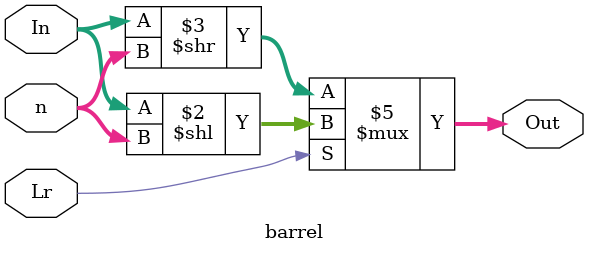
<source format=v>
module barrel(Out,In,Lr,n);
	
	input [7:0]In;
	input [2:0]n;
	input Lr;
	output reg [7:0]Out;

	always@(*) begin
		if(Lr)
			Out = In << n;
		else
			Out = In >> n;
	end 

endmodule

</source>
